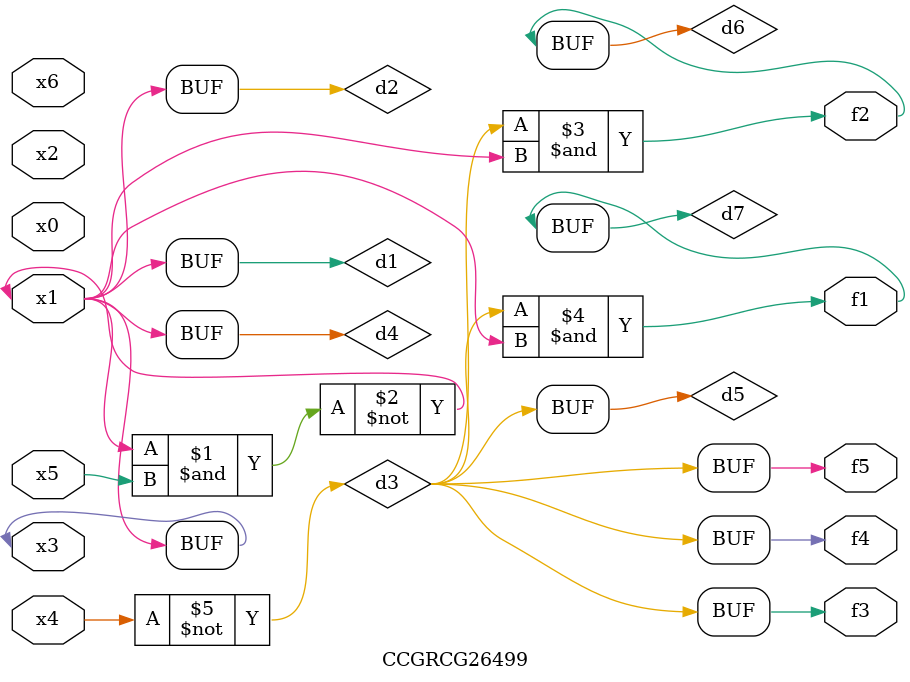
<source format=v>
module CCGRCG26499(
	input x0, x1, x2, x3, x4, x5, x6,
	output f1, f2, f3, f4, f5
);

	wire d1, d2, d3, d4, d5, d6, d7;

	buf (d1, x1, x3);
	nand (d2, x1, x5);
	not (d3, x4);
	buf (d4, d1, d2);
	buf (d5, d3);
	and (d6, d3, d4);
	and (d7, d3, d4);
	assign f1 = d7;
	assign f2 = d6;
	assign f3 = d5;
	assign f4 = d5;
	assign f5 = d5;
endmodule

</source>
